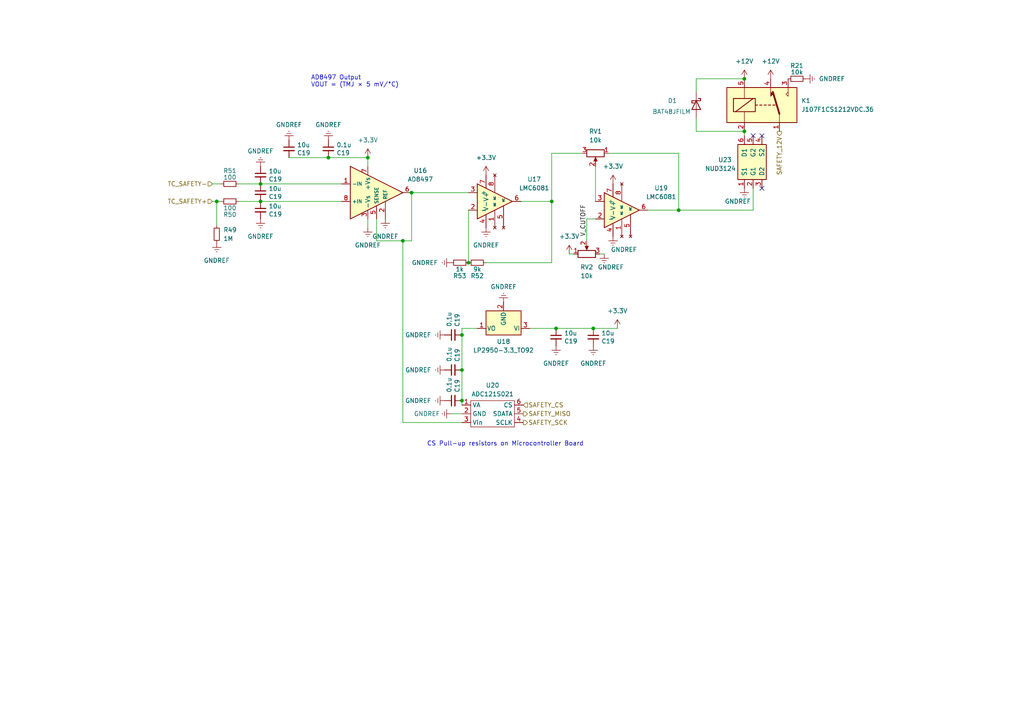
<source format=kicad_sch>
(kicad_sch (version 20250114) (generator "eeschema") (generator_version "9.0")
  (paper "A4")
  (lib_symbols
    (symbol "Device:R_Potentiometer" (pin_names (offset 1.016) (hide yes))
      (property "Reference" "RV" (at -4.445 0 90))
      (property "Value" "R_Potentiometer" (at -2.54 0 90))
      (symbol "R_Potentiometer_0_1"
        (rectangle (start 1.016 2.54) (end -1.016 -2.54) (stroke (width 0.254)))
        (polyline (pts (xy 1.143 0) (xy 2.286 0.508) (xy 2.286 -0.508) (xy 1.143 0)) (fill (type outline)))
        (polyline (pts (xy 2.54 0) (xy 1.524 0)))
      )
      (symbol "R_Potentiometer_1_1"
        (pin passive line (at 0 3.81 270) (length 1.27) (name "1") (number "1"))
        (pin passive line (at 0 -3.81 90) (length 1.27) (name "3") (number "3"))
        (pin passive line (at 3.81 0 180) (length 1.27) (name "2") (number "2"))
      )
    )
    (symbol "Device:R_Small" (pin_numbers (hide yes)) (pin_names (offset 0.254) (hide yes))
      (property "Reference" "R" (at 0.762 0.508 0))
      (property "Value" "R_Small" (at 0.762 -1.016 0))
      (symbol "R_Small_0_1"
        (rectangle (start -0.762 1.778) (end 0.762 -1.778) (stroke (width 0.2032)))
      )
      (symbol "R_Small_1_1"
        (pin passive line (at 0 2.54 270) (length 0.762) (name "~") (number "1"))
        (pin passive line (at 0 -2.54 90) (length 0.762) (name "~") (number "2"))
      )
    )
    (symbol "Diode:BAT48JFILM" (pin_numbers (hide yes)) (pin_names (offset 1.016) (hide yes))
      (property "Reference" "D" (at 0 2.54 0))
      (property "Value" "BAT48JFILM" (at 0 -2.54 0))
      (symbol "BAT48JFILM_0_1"
        (polyline (pts (xy -1.905 0.635) (xy -1.905 1.27) (xy -1.27 1.27) (xy -1.27 -1.27) (xy -0.635 -1.27) (xy -0.635 -0.635)) (stroke (width 0.254)))
        (polyline (pts (xy 1.27 1.27) (xy 1.27 -1.27) (xy -1.27 0) (xy 1.27 1.27)) (stroke (width 0.254)))
        (polyline (pts (xy 1.27 0) (xy -1.27 0)))
      )
      (symbol "BAT48JFILM_1_1"
        (pin passive line (at -3.81 0 0) (length 2.54) (name "K") (number "1"))
        (pin passive line (at 3.81 0 180) (length 2.54) (name "A") (number "2"))
      )
    )
    (symbol "NIH-SCENT:ADC121S021"
      (property "Reference" "U20" (at 0 1.905 0))
      (property "Value" "ADC121S021" (at 0 -0.635 0))
      (symbol "ADC121S021_0_1"
        (rectangle (start -6.35 -2.54) (end 6.35 -10.16))
      )
      (symbol "ADC121S021_1_1"
        (pin power_in line (at -8.89 -3.81 0) (length 2.54) (name "VA") (number "1"))
        (pin power_in line (at -8.89 -6.35 0) (length 2.54) (name "GND") (number "2"))
        (pin input line (at -8.89 -8.89 0) (length 2.54) (name "Vin") (number "3"))
        (pin input line (at 8.89 -3.81 180) (length 2.54) (name "CS") (number "6"))
        (pin tri_state line (at 8.89 -6.35 180) (length 2.54) (name "SDATA") (number "5"))
        (pin input line (at 8.89 -8.89 180) (length 2.54) (name "SCLK") (number "4"))
      )
    )
    (symbol "NIH-SCENT:J107F1CS1212VDC.36"
      (property "Reference" "K1" (at 11.43 1.27 0))
      (property "Value" "J107F1CS1212VDC.36" (at 11.43 -1.27 0))
      (symbol "J107F1CS1212VDC.36_0_0"
        (polyline (pts (xy 7.62 5.08) (xy 7.62 2.54) (xy 6.985 3.175) (xy 7.62 3.81)))
      )
      (symbol "J107F1CS1212VDC.36_0_1"
        (rectangle (start -10.16 5.08) (end 10.16 -5.08) (stroke (width 0.254)) (fill (type background)))
        (rectangle (start -8.255 1.905) (end -1.905 -1.905) (stroke (width 0.254)))
        (polyline (pts (xy -7.62 -1.905) (xy -2.54 1.905)) (stroke (width 0.254)))
        (polyline (pts (xy -5.08 5.08) (xy -5.08 1.905)))
        (polyline (pts (xy -5.08 -5.08) (xy -5.08 -1.905)))
        (polyline (pts (xy -1.905 0) (xy -1.27 0)) (stroke (width 0.254)))
        (polyline (pts (xy -0.635 0) (xy 0 0)) (stroke (width 0.254)))
        (polyline (pts (xy 0.635 0) (xy 1.27 0)) (stroke (width 0.254)))
        (polyline (pts (xy 1.905 0) (xy 2.54 0)) (stroke (width 0.254)))
        (polyline (pts (xy 3.175 0) (xy 3.81 0)) (stroke (width 0.254)))
        (polyline (pts (xy 5.08 -2.54) (xy 3.175 3.81)) (stroke (width 0.508)))
        (polyline (pts (xy 5.08 -2.54) (xy 5.08 -5.08)))
      )
      (symbol "J107F1CS1212VDC.36_1_1"
        (polyline (pts (xy 2.54 3.81) (xy 3.175 3.175) (xy 2.54 2.54) (xy 2.54 5.08)) (fill (type outline)))
        (pin passive line (at -5.08 7.62 270) (length 2.54) (name "~") (number "5"))
        (pin passive line (at -5.08 -7.62 90) (length 2.54) (name "~") (number "2"))
        (pin passive line (at 2.54 7.62 270) (length 2.54) (name "~") (number "4"))
        (pin passive line (at 5.08 -7.62 90) (length 2.54) (name "~") (number "1"))
        (pin passive line (at 7.62 7.62 270) (length 2.54) (name "~") (number "3"))
      )
    )
    (symbol "NIH-SCENT:NUD3124" (pin_names (offset 1.016))
      (property "Reference" "U23" (at 0.635 7.62 90))
      (property "Value" "NUD3124" (at -1.905 11.43 90))
      (symbol "NUD3124_1_1"
        (rectangle (start -5.08 1.905) (end 5.08 -6.35) (stroke (width 0.254)) (fill (type background)))
        (pin power_in line (at -7.62 0 0) (length 2.54) (name "S1") (number "1"))
        (pin input line (at -7.62 -2.54 0) (length 2.54) (name "G1") (number "2"))
        (pin input line (at -7.62 -5.08 0) (length 2.54) (name "D2") (number "3"))
        (pin input line (at 7.62 0 180) (length 2.54) (name "D1") (number "6"))
        (pin input line (at 7.62 -2.54 180) (length 2.54) (name "G2") (number "5"))
        (pin power_in line (at 7.62 -5.08 180) (length 2.54) (name "S2") (number "4"))
      )
    )
    (symbol "NYSEARCH:C_Small" (pin_numbers (hide yes)) (pin_names (offset 0.254) (hide yes))
      (property "Reference" "C" (at 0.254 1.778 0))
      (property "Value" "C_Small" (at 0.254 -2.032 0))
      (symbol "C_Small_0_1"
        (polyline (pts (xy -1.524 0.508) (xy 1.524 0.508)) (stroke (width 0.3048)))
        (polyline (pts (xy -1.524 -0.508) (xy 1.524 -0.508)) (stroke (width 0.3302)))
      )
      (symbol "C_Small_1_1"
        (pin passive line (at 0 2.54 270) (length 2.032) (name "~") (number "1"))
        (pin passive line (at 0 -2.54 90) (length 2.032) (name "~") (number "2"))
      )
    )
    (symbol "NYSEARCH:LMC6081" (pin_names (offset 1.016))
      (property "Reference" "U" (at 5.08 3.81 0))
      (property "Value" "LMC6081" (at 8.89 -3.81 0))
      (symbol "LMC6081_1_1"
        (polyline (pts (xy -5.08 5.08) (xy 5.08 0) (xy -5.08 -5.08) (xy -5.08 5.08)) (stroke (width 0.254)) (fill (type background)))
        (pin input line (at -7.62 2.54 0) (length 2.54) (name "+") (number "3"))
        (pin input line (at -7.62 -2.54 0) (length 2.54) (name "-") (number "2"))
        (pin power_in line (at -2.54 7.62 270) (length 3.81) (name "V+") (number "7"))
        (pin power_in line (at -2.54 -7.62 90) (length 3.81) (name "V-") (number "4"))
        (pin no_connect line (at 0 7.62 270) (length 5.08) (name "NC") (number "8"))
        (pin no_connect line (at 0 -7.62 90) (length 5.08) (name "NC") (number "1"))
        (pin no_connect line (at 2.54 -7.62 90) (length 6.35) (name "NC") (number "5"))
        (pin output line (at 7.62 0 180) (length 2.54) (name "~") (number "6"))
      )
    )
    (symbol "Regulator_Linear:LP2950-3.3_TO92" (pin_names (offset 0.254))
      (property "Reference" "U" (at -3.81 3.175 0))
      (property "Value" "LP2950-3.3_TO92" (at 0 3.175 0))
      (symbol "LP2950-3.3_TO92_0_1"
        (rectangle (start -5.08 -5.08) (end 5.08 1.905) (stroke (width 0.254)) (fill (type background)))
      )
      (symbol "LP2950-3.3_TO92_1_1"
        (pin power_in line (at -7.62 0 0) (length 2.54) (name "VI") (number "3"))
        (pin power_in line (at 0 -7.62 90) (length 2.54) (name "GND") (number "2"))
        (pin power_out line (at 7.62 0 180) (length 2.54) (name "VO") (number "1"))
      )
    )
    (symbol "Sensor_Temperature:AD8497"
      (property "Reference" "U" (at 5.08 3.81 0))
      (property "Value" "AD8497" (at 8.89 -3.81 0))
      (symbol "AD8497_0_1"
        (polyline (pts (xy -7.62 7.62) (xy 7.62 0) (xy -7.62 -7.62) (xy -7.62 7.62)) (stroke (width 0.254)) (fill (type background)))
      )
      (symbol "AD8497_1_1"
        (pin input line (at -10.16 2.54 0) (length 2.54) (name "-IN") (number "1"))
        (pin input line (at -10.16 -2.54 0) (length 2.54) (name "+IN") (number "8"))
        (pin no_connect line (at -5.08 0 180) (length 2.54) (hide yes) (name "NC") (number "4"))
        (pin power_in line (at -2.54 7.62 270) (length 2.54) (name "+Vs") (number "7"))
        (pin power_in line (at -2.54 -7.62 90) (length 2.54) (name "-Vs") (number "3"))
        (pin passive line (at 0 -7.62 90) (length 3.81) (name "SENSE") (number "5"))
        (pin input line (at 2.54 -7.62 90) (length 5.08) (name "REF") (number "2"))
        (pin output line (at 10.16 0 180) (length 2.54) (name "~") (number "6"))
      )
    )
    (symbol "power:+12V" (power) (pin_names (offset 0))
      (property "Value" "+12V" (at 0 3.556 0))
      (symbol "+12V_0_1"
        (polyline (pts (xy -0.762 1.27) (xy 0 2.54)))
        (polyline (pts (xy 0 2.54) (xy 0.762 1.27)))
        (polyline (pts (xy 0 0) (xy 0 2.54)))
      )
      (symbol "+12V_1_1"
        (pin power_in line (at 0 0 90) (length 0) (hide yes) (name "+12V") (number "1"))
      )
    )
    (symbol "power:+3.3V" (power) (pin_names (offset 0))
      (property "Value" "+3.3V" (at 0 3.556 0))
      (symbol "+3.3V_0_1"
        (polyline (pts (xy -0.762 1.27) (xy 0 2.54)))
        (polyline (pts (xy 0 2.54) (xy 0.762 1.27)))
        (polyline (pts (xy 0 0) (xy 0 2.54)))
      )
      (symbol "+3.3V_1_1"
        (pin power_in line (at 0 0 90) (length 0) (hide yes) (name "+3.3V") (number "1"))
      )
    )
    (symbol "power:GNDREF" (power) (pin_names (offset 0))
      (property "Value" "GNDREF" (at 0 -3.81 0))
      (symbol "GNDREF_0_1"
        (polyline (pts (xy -0.635 -1.905) (xy 0.635 -1.905)))
        (polyline (pts (xy -0.127 -2.54) (xy 0.127 -2.54)))
        (polyline (pts (xy 0 -1.27) (xy 0 0)))
        (polyline (pts (xy 1.27 -1.27) (xy -1.27 -1.27)))
      )
      (symbol "GNDREF_1_1"
        (pin power_in line (at 0 0 270) (length 0) (hide yes) (name "GNDREF") (number "1"))
      )
    )
  )
  (text "AD8497 Output\nVOUT = (TMJ × 5 mV/°C)" (at 90.17 25.4 0) (effects (font (size 1.27 1.27)) (justify left bottom)))
  (text "CS Pull-up resistors on Microcontroller Board" (at 123.825 129.54 0) (effects (font (size 1.27 1.27)) (justify left bottom)))
  (junction (at 75.565 53.34))
  (junction (at 95.25 45.72))
  (junction (at 133.985 107.315))
  (junction (at 116.84 69.85))
  (junction (at 62.865 58.42))
  (junction (at 106.68 45.72))
  (junction (at 135.89 76.2))
  (junction (at 160.02 58.42))
  (junction (at 75.565 58.42))
  (junction (at 133.985 97.155))
  (junction (at 133.985 116.205))
  (junction (at 196.85 60.96))
  (junction (at 119.38 55.88))
  (junction (at 161.29 95.25))
  (junction (at 215.9 38.1))
  (junction (at 172.085 95.25))
  (junction (at 215.9 22.86))
  (no_connect (at 220.98 39.37))
  (no_connect (at 218.44 39.37))
  (no_connect (at 220.98 54.61))
  (wire (pts (xy 175.26 73.66) (xy 173.99 73.66)))
  (wire (pts (xy 201.93 38.1) (xy 215.9 38.1)))
  (wire (pts (xy 119.38 69.85) (xy 119.38 55.88)))
  (wire (pts (xy 168.91 44.45) (xy 160.02 44.45)))
  (wire (pts (xy 151.13 58.42) (xy 160.02 58.42)))
  (wire (pts (xy 135.89 60.96) (xy 135.89 76.2)))
  (wire (pts (xy 106.68 63.5) (xy 106.68 66.04)))
  (wire (pts (xy 119.38 55.88) (xy 135.89 55.88)))
  (wire (pts (xy 160.02 44.45) (xy 160.02 58.42)))
  (wire (pts (xy 133.985 97.155) (xy 133.985 107.315)))
  (wire (pts (xy 215.9 22.86) (xy 201.93 22.86)))
  (wire (pts (xy 165.1 73.66) (xy 166.37 73.66)))
  (wire (pts (xy 196.85 44.45) (xy 196.85 60.96)))
  (wire (pts (xy 62.865 58.42) (xy 62.865 65.405)))
  (wire (pts (xy 172.72 48.26) (xy 172.72 58.42)))
  (wire (pts (xy 99.06 53.34) (xy 75.565 53.34)))
  (wire (pts (xy 218.44 54.61) (xy 218.44 60.96)))
  (wire (pts (xy 61.595 53.34) (xy 64.135 53.34)))
  (wire (pts (xy 179.07 95.25) (xy 172.085 95.25)))
  (wire (pts (xy 83.82 45.72) (xy 95.25 45.72)))
  (wire (pts (xy 116.84 69.85) (xy 119.38 69.85)))
  (wire (pts (xy 161.29 95.25) (xy 172.085 95.25)))
  (wire (pts (xy 170.18 69.85) (xy 170.18 63.5)))
  (wire (pts (xy 130.81 120.015) (xy 133.985 120.015)))
  (wire (pts (xy 161.29 95.25) (xy 153.67 95.25)))
  (wire (pts (xy 109.22 63.5) (xy 109.22 69.85)))
  (wire (pts (xy 133.985 116.205) (xy 133.985 117.475)))
  (wire (pts (xy 133.985 122.555) (xy 116.84 122.555)))
  (wire (pts (xy 187.96 60.96) (xy 196.85 60.96)))
  (wire (pts (xy 218.44 60.96) (xy 196.85 60.96)))
  (wire (pts (xy 201.93 22.86) (xy 201.93 26.67)))
  (wire (pts (xy 69.215 58.42) (xy 75.565 58.42)))
  (wire (pts (xy 95.25 45.72) (xy 106.68 45.72)))
  (wire (pts (xy 116.84 69.85) (xy 116.84 122.555)))
  (wire (pts (xy 140.97 76.2) (xy 160.02 76.2)))
  (wire (pts (xy 160.02 76.2) (xy 160.02 58.42)))
  (wire (pts (xy 109.22 69.85) (xy 116.84 69.85)))
  (wire (pts (xy 215.9 38.1) (xy 215.9 39.37)))
  (wire (pts (xy 99.06 58.42) (xy 75.565 58.42)))
  (wire (pts (xy 133.985 95.25) (xy 133.985 97.155)))
  (wire (pts (xy 133.985 107.315) (xy 133.985 116.205)))
  (wire (pts (xy 106.68 48.26) (xy 106.68 45.72)))
  (wire (pts (xy 201.93 38.1) (xy 201.93 34.29)))
  (wire (pts (xy 170.18 63.5) (xy 172.72 63.5)))
  (wire (pts (xy 138.43 95.25) (xy 133.985 95.25)))
  (wire (pts (xy 61.595 58.42) (xy 62.865 58.42)))
  (wire (pts (xy 62.865 58.42) (xy 64.135 58.42)))
  (wire (pts (xy 69.215 53.34) (xy 75.565 53.34)))
  (wire (pts (xy 196.85 44.45) (xy 176.53 44.45)))
  (label "V_CUTOFF" (at 170.18 68.58 90))
  (hierarchical_label "SAFETY_MISO" (shape output) (at 151.765 120.015 0))
  (hierarchical_label "TC_SAFETY-" (shape input) (at 61.595 53.34 180))
  (hierarchical_label "SAFETY_SCK" (shape output) (at 151.765 122.555 0))
  (hierarchical_label "TC_SAFETY+" (shape input) (at 61.595 58.42 180))
  (hierarchical_label "SAFETY_CS" (shape input) (at 151.765 117.475 0))
  (hierarchical_label "SAFETY_12V" (shape output) (at 226.06 38.1 270))
  (symbol (lib_id "power:GNDREF") (at 177.8 68.58 0) (unit 1)
    (property "Reference" "#PWR0135" (effects (hide yes)))
    (property "Value" "GNDREF" (at 180.975 72.39 0))
    (instances (project "controller-heat" (path "" (reference "#PWR088") (unit 1))) (project "chop-controller-heat-v2" (path "" (reference "#PWR0135") (unit 1))))
  )
  (symbol (lib_id "power:GNDREF") (at 146.05 87.63 180) (unit 1)
    (property "Reference" "#PWR0130" (effects (hide yes)))
    (property "Value" "GNDREF" (at 146.05 83.185 0))
    (instances (project "controller-heat" (path "" (reference "#PWR093") (unit 1))) (project "chop-controller-heat-v2" (path "" (reference "#PWR0130") (unit 1))))
  )
  (symbol (lib_id "Device:R_Small") (at 133.35 76.2 270) (unit 1)
    (property "Reference" "R53" (at 133.35 80.01 90))
    (property "Value" "1k" (at 133.35 78.105 90))
    (property "Footprint" "NYSEARCH:R_0603_1608Metric" (effects (hide yes)))
  )
  (symbol (lib_id "NYSEARCH:LMC6081") (at 180.34 60.96 0) (unit 1)
    (property "Reference" "U19" (at 191.77 54.5398 0))
    (property "Value" "LMC6081" (at 191.77 57.0798 0))
    (property "Footprint" "Package_SO:SOIC-8_3.9x4.9mm_P1.27mm" (effects (hide yes)))
  )
  (symbol (lib_id "Device:R_Small") (at 66.675 58.42 270) (unit 1)
    (property "Reference" "R50" (at 66.675 62.23 90))
    (property "Value" "100" (at 66.675 60.325 90))
    (property "Footprint" "NYSEARCH:R_0603_1608Metric" (effects (hide yes)))
  )
  (symbol (lib_id "power:GNDREF") (at 75.565 48.26 180) (unit 1)
    (property "Reference" "#PWR0142" (effects (hide yes)))
    (property "Value" "GNDREF" (at 75.565 43.815 0))
    (instances (project "controller-heat" (path "" (reference "#PWR061") (unit 1))) (project "chop-controller-heat-v2" (path "" (reference "#PWR0142") (unit 1))))
  )
  (symbol (lib_id "power:+12V") (at 215.9 22.86 0) (unit 1)
    (property "Reference" "#PWR0117" (effects (hide yes)))
    (property "Value" "+12V" (at 215.9 17.78 0))
    (instances (project "controller-heat" (path "" (reference "#PWR089") (unit 1))) (project "chop-controller-heat-v2" (path "" (reference "#PWR0117") (unit 1))))
  )
  (symbol (lib_id "power:GNDREF") (at 128.905 107.315 270) (unit 1)
    (property "Reference" "#PWR0123" (effects (hide yes)))
    (property "Value" "GNDREF" (at 125.095 107.315 90) (effects (justify right)))
    (instances (project "controller-heat" (path "" (reference "#PWR079") (unit 1))) (project "chop-controller-heat-v2" (path "" (reference "#PWR0123") (unit 1))))
  )
  (symbol (lib_id "NYSEARCH:LMC6081") (at 143.51 58.42 0) (unit 1)
    (property "Reference" "U17" (at 154.94 51.9998 0))
    (property "Value" "LMC6081" (at 154.94 54.5398 0))
    (property "Footprint" "Package_SO:SOIC-8_3.9x4.9mm_P1.27mm" (effects (hide yes)))
  )
  (symbol (lib_id "NYSEARCH:C_Small") (at 161.29 97.79 0) (mirror y) (unit 1)
    (property "Reference" "C55" (at 163.6268 98.9584 0) (effects (justify right)))
    (property "Value" "10u" (at 163.6268 96.647 0) (effects (justify right)))
    (property "Footprint" "NYSEARCH:C_0603_1608Metric_HandSolder" (effects (hide yes)))
    (instances (project "controller-main-NYSEARCH" (path "" (reference "C19") (unit 1))) (project "controller-heat" (path "" (reference "C26") (unit 1)) (path "" (reference "C44") (unit 1)) (path "" (reference "C54") (unit 1))) (project "chop-controller-heat-v2" (path "" (reference "C55") (unit 1))))
  )
  (symbol (lib_id "NYSEARCH:C_Small") (at 75.565 50.8 0) (mirror y) (unit 1)
    (property "Reference" "C48" (at 77.9018 51.9684 0) (effects (justify right)))
    (property "Value" "10u" (at 77.9018 49.657 0) (effects (justify right)))
    (property "Footprint" "NYSEARCH:C_0603_1608Metric_HandSolder" (effects (hide yes)))
    (instances (project "controller-main-NYSEARCH" (path "" (reference "C19") (unit 1))) (project "controller-heat" (path "" (reference "C26") (unit 1)) (path "" (reference "C44") (unit 1)) (path "" (reference "C48") (unit 1))) (project "chop-controller-heat-v2" (path "" (reference "C48") (unit 1))))
  )
  (symbol (lib_id "NYSEARCH:C_Small") (at 172.085 97.79 0) (mirror y) (unit 1)
    (property "Reference" "C54" (at 174.4218 98.9584 0) (effects (justify right)))
    (property "Value" "10u" (at 174.4218 96.647 0) (effects (justify right)))
    (property "Footprint" "NYSEARCH:C_0603_1608Metric_HandSolder" (effects (hide yes)))
    (instances (project "controller-main-NYSEARCH" (path "" (reference "C19") (unit 1))) (project "controller-heat" (path "" (reference "C26") (unit 1)) (path "" (reference "C44") (unit 1)) (path "" (reference "C55") (unit 1))) (project "chop-controller-heat-v2" (path "" (reference "C54") (unit 1))))
  )
  (symbol (lib_id "Regulator_Linear:LP2950-3.3_TO92") (at 146.05 95.25 180) (unit 1)
    (property "Reference" "U18" (at 146.05 99.06 0))
    (property "Value" "LP2950-3.3_TO92" (at 146.05 101.6 0))
    (property "Footprint" "Package_TO_SOT_THT:TO-92_Inline" (effects (hide yes)))
    (property "Datasheet" "http://www.ti.com/lit/ds/symlink/lp2950.pdf" (effects (hide yes)))
  )
  (symbol (lib_id "power:GNDREF") (at 62.865 70.485 0) (unit 1)
    (property "Reference" "#PWR0139" (effects (hide yes)))
    (property "Value" "GNDREF" (at 62.865 75.565 0))
    (instances (project "controller-heat" (path "" (reference "#PWR025") (unit 1))) (project "chop-controller-heat-v2" (path "" (reference "#PWR0139") (unit 1))))
  )
  (symbol (lib_id "power:GNDREF") (at 161.29 100.33 0) (unit 1)
    (property "Reference" "#PWR0133" (effects (hide yes)))
    (property "Value" "GNDREF" (at 161.29 105.41 0))
    (instances (project "controller-heat" (path "" (reference "#PWR081") (unit 1))) (project "chop-controller-heat-v2" (path "" (reference "#PWR0133") (unit 1))))
  )
  (symbol (lib_id "Device:R_Small") (at 66.675 53.34 90) (unit 1)
    (property "Reference" "R51" (at 66.675 49.53 90))
    (property "Value" "100" (at 66.675 51.435 90))
    (property "Footprint" "NYSEARCH:R_0603_1608Metric" (effects (hide yes)))
  )
  (symbol (lib_id "power:+12V") (at 223.52 22.86 0) (unit 1)
    (property "Reference" "#PWR0118" (effects (hide yes)))
    (property "Value" "+12V" (at 223.52 17.78 0))
    (instances (project "controller-heat" (path "" (reference "#PWR086") (unit 1))) (project "chop-controller-heat-v2" (path "" (reference "#PWR0118") (unit 1))))
  )
  (symbol (lib_id "Device:R_Potentiometer") (at 170.18 73.66 90) (unit 1)
    (property "Reference" "RV2" (at 170.18 77.47 90))
    (property "Value" "10k" (at 170.18 80.01 90))
    (property "Footprint" "Potentiometer_THT:Potentiometer_Bourns_3296W_Vertical" (effects (hide yes)))
  )
  (symbol (lib_id "Device:R_Small") (at 231.14 22.86 90) (unit 1)
    (property "Reference" "R21" (at 231.14 19.05 90))
    (property "Value" "10k" (at 231.14 20.955 90))
    (property "Footprint" "NYSEARCH:R_0603_1608Metric" (effects (hide yes)))
  )
  (symbol (lib_id "power:GNDREF") (at 83.82 40.64 180) (unit 1)
    (property "Reference" "#PWR0141" (effects (hide yes)))
    (property "Value" "GNDREF" (at 83.82 36.195 0))
    (instances (project "controller-heat" (path "" (reference "#PWR074") (unit 1))) (project "chop-controller-heat-v2" (path "" (reference "#PWR0141") (unit 1))))
  )
  (symbol (lib_id "power:GNDREF") (at 172.085 100.33 0) (unit 1)
    (property "Reference" "#PWR0132" (effects (hide yes)))
    (property "Value" "GNDREF" (at 172.085 105.41 0))
    (instances (project "controller-heat" (path "" (reference "#PWR083") (unit 1))) (project "chop-controller-heat-v2" (path "" (reference "#PWR0132") (unit 1))))
  )
  (symbol (lib_id "power:GNDREF") (at 140.97 66.04 0) (unit 1)
    (property "Reference" "#PWR0131" (effects (hide yes)))
    (property "Value" "GNDREF" (at 140.97 71.12 0))
    (instances (project "controller-heat" (path "" (reference "#PWR084") (unit 1))) (project "chop-controller-heat-v2" (path "" (reference "#PWR0131") (unit 1))))
  )
  (symbol (lib_id "NIH-SCENT:J107F1CS1212VDC.36") (at 220.98 30.48 0) (unit 1)
    (property "Reference" "K1" (at 232.41 29.2099 0) (effects (justify left)))
    (property "Value" "J107F1CS1212VDC.36" (at 232.41 31.7499 0) (effects (justify left)))
    (property "Footprint" "Relay_THT:Relay_SPDT_SANYOU_SRD_Series_Form_C" (effects (hide yes)))
    (property "Datasheet" "https://www.citrelay.com/Catalog%20Pages/RelayCatalog/J107F.pdf" (effects (hide yes)))
  )
  (symbol (lib_id "Device:R_Small") (at 62.865 67.945 180) (unit 1)
    (property "Reference" "R49" (at 64.77 66.6749 0) (effects (justify right)))
    (property "Value" "1M" (at 64.77 69.2149 0) (effects (justify right)))
    (property "Footprint" "NYSEARCH:R_0603_1608Metric" (effects (hide yes)))
  )
  (symbol (lib_id "power:GNDREF") (at 175.26 73.66 0) (unit 1)
    (property "Reference" "#PWR0136" (effects (hide yes)))
    (property "Value" "GNDREF" (at 177.165 77.47 0))
    (instances (project "controller-heat" (path "" (reference "#PWR087") (unit 1))) (project "chop-controller-heat-v2" (path "" (reference "#PWR0136") (unit 1))))
  )
  (symbol (lib_id "Device:R_Potentiometer") (at 172.72 44.45 270) (unit 1)
    (property "Reference" "RV1" (at 172.72 38.1 90))
    (property "Value" "10k" (at 172.72 40.64 90))
    (property "Footprint" "Potentiometer_THT:Potentiometer_Bourns_3296W_Vertical" (effects (hide yes)))
  )
  (symbol (lib_id "Device:R_Small") (at 138.43 76.2 270) (unit 1)
    (property "Reference" "R52" (at 138.43 80.01 90))
    (property "Value" "9k" (at 138.43 78.105 90))
    (property "Footprint" "NYSEARCH:R_0603_1608Metric" (effects (hide yes)))
  )
  (symbol (lib_id "power:+3.3V") (at 179.07 95.25 0) (unit 1)
    (property "Reference" "#PWR0134" (effects (hide yes)))
    (property "Value" "+3.3V" (at 179.07 90.17 0))
    (instances (project "controller-heat" (path "" (reference "#PWR092") (unit 1))) (project "chop-controller-heat-v2" (path "" (reference "#PWR0134") (unit 1))))
  )
  (symbol (lib_id "NYSEARCH:C_Small") (at 131.445 97.155 90) (mirror x) (unit 1)
    (property "Reference" "C56" (at 132.6134 94.8182 0) (effects (justify right)))
    (property "Value" "0.1u" (at 130.302 94.8182 0) (effects (justify right)))
    (property "Footprint" "NYSEARCH:C_0603_1608Metric_HandSolder" (effects (hide yes)))
    (instances (project "controller-main-NYSEARCH" (path "" (reference "C19") (unit 1))) (project "controller-heat" (path "" (reference "C26") (unit 1)) (path "" (reference "C44") (unit 1)) (path "" (reference "C56") (unit 1))) (project "chop-controller-heat-v2" (path "" (reference "C56") (unit 1))))
  )
  (symbol (lib_id "NYSEARCH:C_Small") (at 131.445 107.315 90) (mirror x) (unit 1)
    (property "Reference" "C57" (at 132.6134 104.9782 0) (effects (justify right)))
    (property "Value" "0.1u" (at 130.302 104.9782 0) (effects (justify right)))
    (property "Footprint" "NYSEARCH:C_0603_1608Metric_HandSolder" (effects (hide yes)))
    (instances (project "controller-main-NYSEARCH" (path "" (reference "C19") (unit 1))) (project "controller-heat" (path "" (reference "C26") (unit 1)) (path "" (reference "C44") (unit 1)) (path "" (reference "C57") (unit 1))) (project "chop-controller-heat-v2" (path "" (reference "C57") (unit 1))))
  )
  (symbol (lib_id "NYSEARCH:C_Small") (at 75.565 55.88 0) (mirror y) (unit 1)
    (property "Reference" "C47" (at 77.9018 57.0484 0) (effects (justify right)))
    (property "Value" "10u" (at 77.9018 54.737 0) (effects (justify right)))
    (property "Footprint" "NYSEARCH:C_0603_1608Metric_HandSolder" (effects (hide yes)))
    (instances (project "controller-main-NYSEARCH" (path "" (reference "C19") (unit 1))) (project "controller-heat" (path "" (reference "C26") (unit 1)) (path "" (reference "C44") (unit 1)) (path "" (reference "C47") (unit 1))) (project "chop-controller-heat-v2" (path "" (reference "C47") (unit 1))))
  )
  (symbol (lib_id "power:GNDREF") (at 130.81 120.015 270) (unit 1)
    (property "Reference" "#PWR0125" (effects (hide yes)))
    (property "Value" "GNDREF" (at 127.635 120.015 90) (effects (justify right)))
    (instances (project "controller-heat" (path "" (reference "#PWR077") (unit 1))) (project "chop-controller-heat-v2" (path "" (reference "#PWR0125") (unit 1))))
  )
  (symbol (lib_id "power:GNDREF") (at 233.68 22.86 90) (unit 1)
    (property "Reference" "#PWR0119" (effects (hide yes)))
    (property "Value" "GNDREF" (at 237.49 22.86 90) (effects (justify right)))
    (instances (project "controller-heat" (path "" (reference "#PWR024") (unit 1))) (project "chop-controller-heat-v2" (path "" (reference "#PWR0119") (unit 1))))
  )
  (symbol (lib_id "power:+3.3V") (at 177.8 53.34 0) (unit 1)
    (property "Reference" "#PWR0120" (effects (hide yes)))
    (property "Value" "+3.3V" (at 177.8 48.26 0))
    (instances (project "controller-heat" (path "" (reference "#PWR062") (unit 1))) (project "chop-controller-heat-v2" (path "" (reference "#PWR0120") (unit 1))))
  )
  (symbol (lib_id "power:+3.3V") (at 165.1 73.66 0) (unit 1)
    (property "Reference" "#PWR0137" (effects (hide yes)))
    (property "Value" "+3.3V" (at 165.1 68.58 0))
    (instances (project "controller-heat" (path "" (reference "#PWR082") (unit 1))) (project "chop-controller-heat-v2" (path "" (reference "#PWR0137") (unit 1))))
  )
  (symbol (lib_id "power:GNDREF") (at 128.905 97.155 270) (unit 1)
    (property "Reference" "#PWR0124" (effects (hide yes)))
    (property "Value" "GNDREF" (at 125.095 97.155 90) (effects (justify right)))
    (instances (project "controller-heat" (path "" (reference "#PWR080") (unit 1))) (project "chop-controller-heat-v2" (path "" (reference "#PWR0124") (unit 1))))
  )
  (symbol (lib_id "NIH-SCENT:NUD3124") (at 215.9 46.99 90) (unit 1)
    (property "Reference" "U23" (at 208.28 46.355 90) (effects (justify right)))
    (property "Value" "NUD3124" (at 204.47 48.895 90) (effects (justify right)))
    (property "Footprint" "Package_TO_SOT_SMD:SOT-23-6" (effects (hide yes)))
    (property "Datasheet" "https://www.mouser.com/datasheet/2/308/1/NUD3124_D-2319507.pdf" (effects (hide yes)))
  )
  (symbol (lib_id "power:GNDREF") (at 215.9 54.61 0) (unit 1)
    (property "Reference" "#PWR0116" (effects (hide yes)))
    (property "Value" "GNDREF" (at 213.995 58.42 0))
    (instances (project "controller-heat" (path "" (reference "#PWR090") (unit 1))) (project "chop-controller-heat-v2" (path "" (reference "#PWR0116") (unit 1))))
  )
  (symbol (lib_id "power:GNDREF") (at 75.565 63.5 0) (unit 1)
    (property "Reference" "#PWR0138" (effects (hide yes)))
    (property "Value" "GNDREF" (at 75.565 68.58 0))
    (instances (project "controller-heat" (path "" (reference "#PWR036") (unit 1))) (project "chop-controller-heat-v2" (path "" (reference "#PWR0138") (unit 1))))
  )
  (symbol (lib_id "power:GNDREF") (at 95.25 40.64 180) (unit 1)
    (property "Reference" "#PWR0140" (effects (hide yes)))
    (property "Value" "GNDREF" (at 95.25 36.195 0))
    (instances (project "controller-heat" (path "" (reference "#PWR075") (unit 1))) (project "chop-controller-heat-v2" (path "" (reference "#PWR0140") (unit 1))))
  )
  (symbol (lib_id "NYSEARCH:C_Small") (at 75.565 60.96 0) (mirror y) (unit 1)
    (property "Reference" "C49" (at 77.9018 62.1284 0) (effects (justify right)))
    (property "Value" "10u" (at 77.9018 59.817 0) (effects (justify right)))
    (property "Footprint" "NYSEARCH:C_0603_1608Metric_HandSolder" (effects (hide yes)))
    (instances (project "controller-main-NYSEARCH" (path "" (reference "C19") (unit 1))) (project "controller-heat" (path "" (reference "C26") (unit 1)) (path "" (reference "C44") (unit 1)) (path "" (reference "C49") (unit 1))) (project "chop-controller-heat-v2" (path "" (reference "C49") (unit 1))))
  )
  (symbol (lib_id "Diode:BAT48JFILM") (at 201.93 30.48 270) (unit 1)
    (property "Reference" "D1" (at 193.675 29.21 90) (effects (justify left)))
    (property "Value" "BAT48JFILM" (at 189.23 32.385 90) (effects (justify left)))
    (property "Footprint" "Diode_SMD:D_SOD-323" (effects (hide yes)))
    (property "Datasheet" "www.st.com/resource/en/datasheet/bat48.pdf" (effects (hide yes)))
  )
  (symbol (lib_id "power:+3.3V") (at 140.97 50.8 0) (unit 1)
    (property "Reference" "#PWR0129" (effects (hide yes)))
    (property "Value" "+3.3V" (at 140.97 45.72 0))
    (instances (project "controller-heat" (path "" (reference "#PWR085") (unit 1))) (project "chop-controller-heat-v2" (path "" (reference "#PWR0129") (unit 1))))
  )
  (symbol (lib_id "power:GNDREF") (at 106.68 66.04 0) (unit 1)
    (property "Reference" "#PWR0127" (effects (hide yes)))
    (property "Value" "GNDREF" (at 106.68 71.12 0))
    (instances (project "controller-heat" (path "" (reference "#PWR034") (unit 1))) (project "chop-controller-heat-v2" (path "" (reference "#PWR0127") (unit 1))))
  )
  (symbol (lib_id "NYSEARCH:C_Small") (at 83.82 43.18 0) (mirror y) (unit 1)
    (property "Reference" "C52" (at 86.1568 44.3484 0) (effects (justify right)))
    (property "Value" "10u" (at 86.1568 42.037 0) (effects (justify right)))
    (property "Footprint" "NYSEARCH:C_0603_1608Metric_HandSolder" (effects (hide yes)))
    (instances (project "controller-main-NYSEARCH" (path "" (reference "C19") (unit 1))) (project "controller-heat" (path "" (reference "C26") (unit 1)) (path "" (reference "C44") (unit 1)) (path "" (reference "C52") (unit 1))) (project "chop-controller-heat-v2" (path "" (reference "C52") (unit 1))))
  )
  (symbol (lib_id "power:GNDREF") (at 128.905 116.205 270) (unit 1)
    (property "Reference" "#PWR0122" (effects (hide yes)))
    (property "Value" "GNDREF" (at 125.095 116.205 90) (effects (justify right)))
    (instances (project "controller-heat" (path "" (reference "#PWR078") (unit 1))) (project "chop-controller-heat-v2" (path "" (reference "#PWR0122") (unit 1))))
  )
  (symbol (lib_id "power:GNDREF") (at 111.76 63.5 0) (unit 1)
    (property "Reference" "#PWR0128" (effects (hide yes)))
    (property "Value" "GNDREF" (at 111.76 68.58 0))
    (instances (project "controller-heat" (path "" (reference "#PWR035") (unit 1))) (project "chop-controller-heat-v2" (path "" (reference "#PWR0128") (unit 1))))
  )
  (symbol (lib_id "NYSEARCH:C_Small") (at 131.445 116.205 90) (mirror x) (unit 1)
    (property "Reference" "C58" (at 132.6134 113.8682 0) (effects (justify right)))
    (property "Value" "0.1u" (at 130.302 113.8682 0) (effects (justify right)))
    (property "Footprint" "NYSEARCH:C_0603_1608Metric_HandSolder" (effects (hide yes)))
    (instances (project "controller-main-NYSEARCH" (path "" (reference "C19") (unit 1))) (project "controller-heat" (path "" (reference "C26") (unit 1)) (path "" (reference "C44") (unit 1)) (path "" (reference "C58") (unit 1))) (project "chop-controller-heat-v2" (path "" (reference "C58") (unit 1))))
  )
  (symbol (lib_id "power:GNDREF") (at 130.81 76.2 270) (unit 1)
    (property "Reference" "#PWR0121" (effects (hide yes)))
    (property "Value" "GNDREF" (at 127 76.2 90) (effects (justify right)))
    (instances (project "controller-heat" (path "" (reference "#PWR076") (unit 1))) (project "chop-controller-heat-v2" (path "" (reference "#PWR0121") (unit 1))))
  )
  (symbol (lib_id "power:+3.3V") (at 106.68 45.72 0) (unit 1)
    (property "Reference" "#PWR0126" (effects (hide yes)))
    (property "Value" "+3.3V" (at 106.68 40.64 0))
    (instances (project "controller-heat" (path "" (reference "#PWR091") (unit 1))) (project "chop-controller-heat-v2" (path "" (reference "#PWR0126") (unit 1))))
  )
  (symbol (lib_id "Sensor_Temperature:AD8497") (at 109.22 55.88 0) (unit 1)
    (property "Reference" "U16" (at 121.92 49.4598 0))
    (property "Value" "AD8497" (at 121.92 51.9998 0))
    (property "Footprint" "Package_SO:MSOP-8_3x3mm_P0.65mm" (effects (hide yes)))
    (property "Datasheet" "https://www.analog.com/media/en/technical-documentation/data-sheets/ad8494_8495_8496_8497.pdf" (effects (hide yes)))
  )
  (symbol (lib_id "NIH-SCENT:ADC121S021") (at 142.875 113.665 0) (unit 1)
    (property "Reference" "U20" (at 142.875 111.76 0))
    (property "Value" "ADC121S021" (at 142.875 114.3 0))
    (property "Footprint" "Package_TO_SOT_SMD:SOT-23-6" (effects (hide yes)))
  )
  (symbol (lib_id "NYSEARCH:C_Small") (at 95.25 43.18 0) (mirror y) (unit 1)
    (property "Reference" "C51" (at 97.5868 44.3484 0) (effects (justify right)))
    (property "Value" "0.1u" (at 97.5868 42.037 0) (effects (justify right)))
    (property "Footprint" "NYSEARCH:C_0603_1608Metric_HandSolder" (effects (hide yes)))
    (instances (project "controller-main-NYSEARCH" (path "" (reference "C19") (unit 1))) (project "controller-heat" (path "" (reference "C26") (unit 1)) (path "" (reference "C44") (unit 1)) (path "" (reference "C51") (unit 1))) (project "chop-controller-heat-v2" (path "" (reference "C51") (unit 1))))
  )
)
</source>
